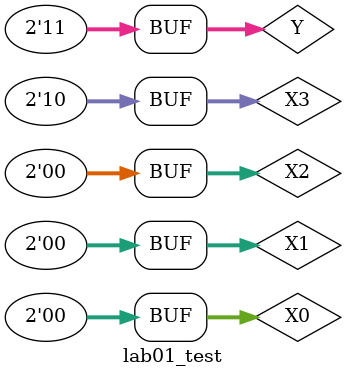
<source format=v>
`timescale 1ns / 1ps


module lab01_test(

    );
    reg [1:0] X0;
    reg [1:0] X1;
    reg [1:0] X2;
    reg [1:0] X3;
    reg [1:0] Y;
    wire [1:0] F;
    
    lab01 i1 (
            .X0(X0),
            .X1(X1),
            .X2(X2),
            .X3(X3),
            .Y(Y),
            .F(F)
    );

    initial
    begin
    Y = 2'b00; X0 = 2'b11; X1 = 2'b00; X2 = 2'b00; X3 = 2'b00; #10;
               X0 = 2'b10; X1 = 2'b00; X2 = 2'b00; X3 = 2'b00; #10; 
    Y = 2'b01; X0 = 2'b00; X1 = 2'b11; X2 = 2'b00; X3 = 2'b00; #10;
               X0 = 2'b00; X1 = 2'b10; X2 = 2'b00; X3 = 2'b00; #10;
    Y = 2'b10; X0 = 2'b00; X1 = 2'b00; X2 = 2'b11; X3 = 2'b00; #10;
               X0 = 2'b00; X1 = 2'b00; X2 = 2'b10; X3 = 2'b00; #10;
    Y = 2'b11; X0 = 2'b00; X1 = 2'b00; X2 = 2'b00; X3 = 2'b11; #10;
               X0 = 2'b00; X1 = 2'b00; X2 = 2'b00; X3 = 2'b10; #10;           
    end   
          
endmodule


</source>
